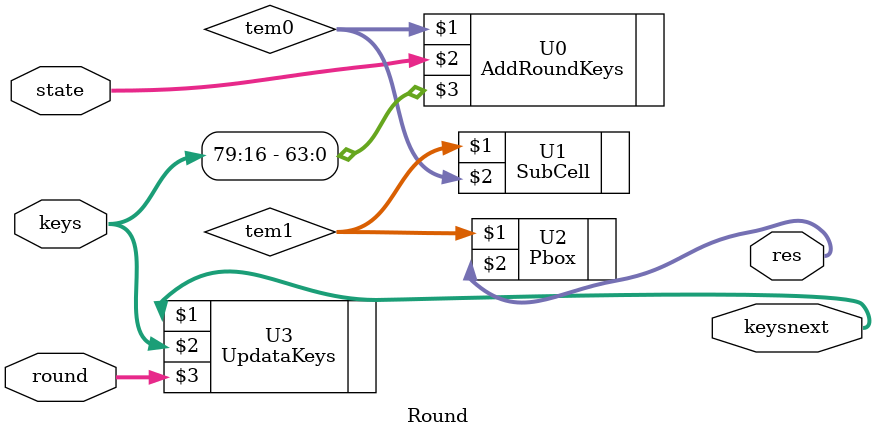
<source format=v>
module Round(res,state,keys,keysnext,round);
	input [63:0]state;
	input [79:0]keys;
	input [4:0]round;
	output [63:0]res;
	output [79:0]keysnext;
	wire [63:0]tem0,tem1;
	AddRoundKeys U0(tem0,state,keys[79:16]);
	SubCell U1(tem1,tem0);
	Pbox U2(tem1,res);
	UpdataKeys U3(keysnext,keys,round);
endmodule
</source>
